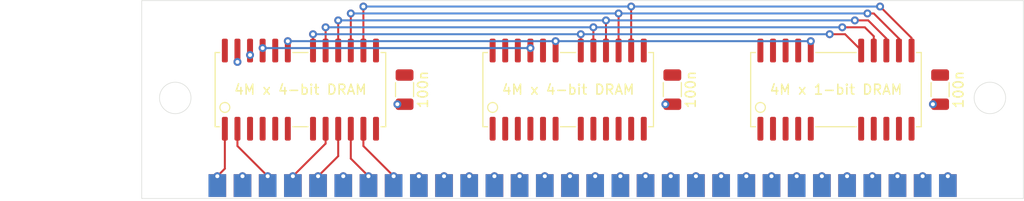
<source format=kicad_pcb>
(kicad_pcb (version 20171130) (host pcbnew "(5.1.9-0-10_14)")

  (general
    (thickness 1.6)
    (drawings 6)
    (tracks 121)
    (zones 0)
    (modules 7)
    (nets 31)
  )

  (page A4)
  (layers
    (0 F.Cu signal)
    (31 B.Cu signal)
    (32 B.Adhes user)
    (33 F.Adhes user)
    (34 B.Paste user)
    (35 F.Paste user)
    (36 B.SilkS user)
    (37 F.SilkS user)
    (38 B.Mask user)
    (39 F.Mask user)
    (40 Dwgs.User user hide)
    (41 Cmts.User user hide)
    (42 Eco1.User user)
    (43 Eco2.User user)
    (44 Edge.Cuts user)
    (45 Margin user)
    (46 B.CrtYd user)
    (47 F.CrtYd user hide)
    (48 B.Fab user)
    (49 F.Fab user hide)
  )

  (setup
    (last_trace_width 0.2)
    (user_trace_width 0.2)
    (trace_clearance 0.2)
    (zone_clearance 0.16)
    (zone_45_only no)
    (trace_min 0.2)
    (via_size 0.8)
    (via_drill 0.4)
    (via_min_size 0.4)
    (via_min_drill 0.3)
    (uvia_size 0.3)
    (uvia_drill 0.1)
    (uvias_allowed no)
    (uvia_min_size 0.2)
    (uvia_min_drill 0.1)
    (edge_width 0.05)
    (segment_width 0.2)
    (pcb_text_width 0.3)
    (pcb_text_size 1.5 1.5)
    (mod_edge_width 0.12)
    (mod_text_size 1 1)
    (mod_text_width 0.15)
    (pad_size 1.524 1.524)
    (pad_drill 0.762)
    (pad_to_mask_clearance 0)
    (aux_axis_origin 0 0)
    (visible_elements FFFFFF7F)
    (pcbplotparams
      (layerselection 0x010fc_ffffffff)
      (usegerberextensions false)
      (usegerberattributes true)
      (usegerberadvancedattributes true)
      (creategerberjobfile true)
      (excludeedgelayer true)
      (linewidth 0.100000)
      (plotframeref false)
      (viasonmask false)
      (mode 1)
      (useauxorigin false)
      (hpglpennumber 1)
      (hpglpenspeed 20)
      (hpglpendiameter 15.000000)
      (psnegative false)
      (psa4output false)
      (plotreference true)
      (plotvalue true)
      (plotinvisibletext false)
      (padsonsilk false)
      (subtractmaskfromsilk false)
      (outputformat 1)
      (mirror false)
      (drillshape 1)
      (scaleselection 1)
      (outputdirectory ""))
  )

  (net 0 "")
  (net 1 GND)
  (net 2 +5V)
  (net 3 /A3)
  (net 4 /A2)
  (net 5 /A1)
  (net 6 /A0)
  (net 7 /A10)
  (net 8 /A11)
  (net 9 /~RAS~)
  (net 10 /~WE~)
  (net 11 /DQ1)
  (net 12 /DQ0)
  (net 13 /DQ3)
  (net 14 /DQ2)
  (net 15 /~CAS~)
  (net 16 /A9)
  (net 17 /A8)
  (net 18 /A7)
  (net 19 /A6)
  (net 20 /A5)
  (net 21 /A4)
  (net 22 /DQ5)
  (net 23 /DQ4)
  (net 24 /DQ7)
  (net 25 /DQ6)
  (net 26 /PQ)
  (net 27 /~CASP~)
  (net 28 "Net-(IC3-Pad23)")
  (net 29 "Net-(IC3-Pad4)")
  (net 30 /PD)

  (net_class Default "This is the default net class."
    (clearance 0.2)
    (trace_width 0.2)
    (via_dia 0.8)
    (via_drill 0.4)
    (uvia_dia 0.3)
    (uvia_drill 0.1)
    (add_net +5V)
    (add_net /A0)
    (add_net /A1)
    (add_net /A10)
    (add_net /A11)
    (add_net /A2)
    (add_net /A3)
    (add_net /A4)
    (add_net /A5)
    (add_net /A6)
    (add_net /A7)
    (add_net /A8)
    (add_net /A9)
    (add_net /DQ0)
    (add_net /DQ1)
    (add_net /DQ2)
    (add_net /DQ3)
    (add_net /DQ4)
    (add_net /DQ5)
    (add_net /DQ6)
    (add_net /DQ7)
    (add_net /PD)
    (add_net /PQ)
    (add_net /~CASP~)
    (add_net /~CAS~)
    (add_net /~RAS~)
    (add_net /~WE~)
    (add_net GND)
    (add_net "Net-(IC3-Pad23)")
    (add_net "Net-(IC3-Pad4)")
  )

  (module 30pin_SIMM:30pin_SIMM (layer F.Cu) (tedit 6033EDD0) (tstamp 603473C0)
    (at 100 100)
    (descr "Adapted from https://pdf1.alldatasheet.com/datasheet-pdf/view/111210/SAMSUNG/KMM594000.html")
    (path /60394C46)
    (attr smd)
    (fp_text reference J1 (at 3 3) (layer F.Fab)
      (effects (font (size 1 1) (thickness 0.15)))
    )
    (fp_text value 30pin_SIMM_Edge (at 5 5) (layer F.Fab)
      (effects (font (size 1 1) (thickness 0.15)))
    )
    (fp_line (start 0 -20) (end 88.9 -20) (layer Dwgs.User) (width 0.12))
    (fp_line (start 88.9 -20) (end 88.9 0) (layer Dwgs.User) (width 0.12))
    (fp_circle (center 85.52 -10.16) (end 87.11 -10.16) (layer Dwgs.User) (width 0.12))
    (fp_line (start 2.03 0) (end 88.9 0) (layer Dwgs.User) (width 0.12))
    (fp_line (start 0 -20) (end 0 -6.35) (layer Dwgs.User) (width 0.12))
    (fp_line (start 2.03 -4.85) (end 2.03 0) (layer Dwgs.User) (width 0.12))
    (fp_line (start 0 -6.35) (end 0.53 -6.35) (layer Dwgs.User) (width 0.12))
    (fp_circle (center 3.38 -10.16) (end 4.97 -10.16) (layer Dwgs.User) (width 0.12))
    (fp_text user "Edge Cuts Layer" (at -8 -3) (layer Cmts.User)
      (effects (font (size 1 1) (thickness 0.15)))
    )
    (fp_arc (start 0.53 -4.85) (end 2.03 -4.85) (angle -90) (layer Dwgs.User) (width 0.12))
    (pad 30 connect rect (at 81.28 -1.3) (size 1.78 2.3) (layers B.Cu B.Mask)
      (net 2 +5V))
    (pad 29 connect rect (at 78.74 -1.3) (size 1.78 2.3) (layers B.Cu B.Mask)
      (net 30 /PD))
    (pad 28 connect rect (at 76.2 -1.3) (size 1.78 2.3) (layers B.Cu B.Mask)
      (net 27 /~CASP~))
    (pad 27 connect rect (at 73.66 -1.3) (size 1.78 2.3) (layers B.Cu B.Mask)
      (net 9 /~RAS~))
    (pad 26 connect rect (at 71.12 -1.3) (size 1.78 2.3) (layers B.Cu B.Mask)
      (net 26 /PQ))
    (pad 25 connect rect (at 68.58 -1.3) (size 1.78 2.3) (layers B.Cu B.Mask)
      (net 24 /DQ7))
    (pad 24 connect rect (at 66.04 -1.3) (size 1.78 2.3) (layers B.Cu B.Mask)
      (net 8 /A11))
    (pad 23 connect rect (at 63.5 -1.3) (size 1.78 2.3) (layers B.Cu B.Mask)
      (net 25 /DQ6))
    (pad 22 connect rect (at 60.96 -1.3) (size 1.78 2.3) (layers B.Cu B.Mask)
      (net 1 GND))
    (pad 21 connect rect (at 58.42 -1.3) (size 1.78 2.3) (layers B.Cu B.Mask)
      (net 10 /~WE~))
    (pad 20 connect rect (at 55.88 -1.3) (size 1.78 2.3) (layers B.Cu B.Mask)
      (net 22 /DQ5))
    (pad 19 connect rect (at 53.34 -1.3) (size 1.78 2.3) (layers B.Cu B.Mask)
      (net 7 /A10))
    (pad 18 connect rect (at 50.8 -1.3) (size 1.78 2.3) (layers B.Cu B.Mask)
      (net 16 /A9))
    (pad 17 connect rect (at 48.26 -1.3) (size 1.78 2.3) (layers B.Cu B.Mask)
      (net 17 /A8))
    (pad 16 connect rect (at 45.72 -1.3) (size 1.78 2.3) (layers B.Cu B.Mask)
      (net 23 /DQ4))
    (pad 15 connect rect (at 43.18 -1.3) (size 1.78 2.3) (layers B.Cu B.Mask)
      (net 18 /A7))
    (pad 14 connect rect (at 40.64 -1.3) (size 1.78 2.3) (layers B.Cu B.Mask)
      (net 19 /A6))
    (pad 13 connect rect (at 38.1 -1.3) (size 1.78 2.3) (layers B.Cu B.Mask)
      (net 13 /DQ3))
    (pad 12 connect rect (at 35.56 -1.3) (size 1.78 2.3) (layers B.Cu B.Mask)
      (net 20 /A5))
    (pad 11 connect rect (at 33.02 -1.3) (size 1.78 2.3) (layers B.Cu B.Mask)
      (net 21 /A4))
    (pad 10 connect rect (at 30.48 -1.3) (size 1.78 2.3) (layers B.Cu B.Mask)
      (net 14 /DQ2))
    (pad 9 connect rect (at 27.94 -1.3) (size 1.78 2.3) (layers B.Cu B.Mask)
      (net 1 GND))
    (pad 8 connect rect (at 25.4 -1.3) (size 1.78 2.3) (layers B.Cu B.Mask)
      (net 3 /A3))
    (pad 7 connect rect (at 22.86 -1.3) (size 1.78 2.3) (layers B.Cu B.Mask)
      (net 4 /A2))
    (pad 6 connect rect (at 20.32 -1.3) (size 1.78 2.3) (layers B.Cu B.Mask)
      (net 11 /DQ1))
    (pad 5 connect rect (at 17.78 -1.3) (size 1.78 2.3) (layers B.Cu B.Mask)
      (net 5 /A1))
    (pad 4 connect rect (at 15.24 -1.3) (size 1.78 2.3) (layers B.Cu B.Mask)
      (net 6 /A0))
    (pad 3 connect rect (at 12.7 -1.3) (size 1.78 2.3) (layers B.Cu B.Mask)
      (net 12 /DQ0))
    (pad 2 connect rect (at 10.16 -1.3) (size 1.78 2.3) (layers B.Cu B.Mask)
      (net 15 /~CAS~))
    (pad 30 connect rect (at 81.28 -1.3) (size 1.78 2.3) (layers F.Cu F.Mask)
      (net 2 +5V))
    (pad 29 connect rect (at 78.74 -1.3) (size 1.78 2.3) (layers F.Cu F.Mask)
      (net 30 /PD))
    (pad 28 connect rect (at 76.2 -1.3) (size 1.78 2.3) (layers F.Cu F.Mask)
      (net 27 /~CASP~))
    (pad 27 connect rect (at 73.66 -1.3) (size 1.78 2.3) (layers F.Cu F.Mask)
      (net 9 /~RAS~))
    (pad 26 connect rect (at 71.12 -1.3) (size 1.78 2.3) (layers F.Cu F.Mask)
      (net 26 /PQ))
    (pad 25 connect rect (at 68.58 -1.3) (size 1.78 2.3) (layers F.Cu F.Mask)
      (net 24 /DQ7))
    (pad 24 connect rect (at 66.04 -1.3) (size 1.78 2.3) (layers F.Cu F.Mask)
      (net 8 /A11))
    (pad 23 connect rect (at 63.5 -1.3) (size 1.78 2.3) (layers F.Cu F.Mask)
      (net 25 /DQ6))
    (pad 22 connect rect (at 60.96 -1.3) (size 1.78 2.3) (layers F.Cu F.Mask)
      (net 1 GND))
    (pad 21 connect rect (at 58.42 -1.3) (size 1.78 2.3) (layers F.Cu F.Mask)
      (net 10 /~WE~))
    (pad 20 connect rect (at 55.88 -1.3) (size 1.78 2.3) (layers F.Cu F.Mask)
      (net 22 /DQ5))
    (pad 19 connect rect (at 53.34 -1.3) (size 1.78 2.3) (layers F.Cu F.Mask)
      (net 7 /A10))
    (pad 18 connect rect (at 50.8 -1.3) (size 1.78 2.3) (layers F.Cu F.Mask)
      (net 16 /A9))
    (pad 17 connect rect (at 48.26 -1.3) (size 1.78 2.3) (layers F.Cu F.Mask)
      (net 17 /A8))
    (pad 16 connect rect (at 45.72 -1.3) (size 1.78 2.3) (layers F.Cu F.Mask)
      (net 23 /DQ4))
    (pad 15 connect rect (at 43.18 -1.3) (size 1.78 2.3) (layers F.Cu F.Mask)
      (net 18 /A7))
    (pad 14 connect rect (at 40.64 -1.3) (size 1.78 2.3) (layers F.Cu F.Mask)
      (net 19 /A6))
    (pad 13 connect rect (at 38.1 -1.3) (size 1.78 2.3) (layers F.Cu F.Mask)
      (net 13 /DQ3))
    (pad 12 connect rect (at 35.56 -1.3) (size 1.78 2.3) (layers F.Cu F.Mask)
      (net 20 /A5))
    (pad 11 connect rect (at 33.02 -1.3) (size 1.78 2.3) (layers F.Cu F.Mask)
      (net 21 /A4))
    (pad 10 connect rect (at 30.48 -1.3) (size 1.78 2.3) (layers F.Cu F.Mask)
      (net 14 /DQ2))
    (pad 9 connect rect (at 27.94 -1.3) (size 1.78 2.3) (layers F.Cu F.Mask)
      (net 1 GND))
    (pad 8 connect rect (at 25.4 -1.3) (size 1.78 2.3) (layers F.Cu F.Mask)
      (net 3 /A3))
    (pad 7 connect rect (at 22.86 -1.3) (size 1.78 2.3) (layers F.Cu F.Mask)
      (net 4 /A2))
    (pad 6 connect rect (at 20.32 -1.3) (size 1.78 2.3) (layers F.Cu F.Mask)
      (net 11 /DQ1))
    (pad 5 connect rect (at 17.78 -1.3) (size 1.78 2.3) (layers F.Cu F.Mask)
      (net 5 /A1))
    (pad 4 connect rect (at 15.24 -1.3) (size 1.78 2.3) (layers F.Cu F.Mask)
      (net 6 /A0))
    (pad 3 connect rect (at 12.7 -1.3) (size 1.78 2.3) (layers F.Cu F.Mask)
      (net 12 /DQ0))
    (pad 2 connect rect (at 10.16 -1.3) (size 1.78 2.3) (layers F.Cu F.Mask)
      (net 15 /~CAS~))
    (pad 1 connect rect (at 7.62 -1.3) (size 1.78 2.3) (layers F.Cu F.Mask)
      (net 2 +5V))
    (pad 1 connect rect (at 7.62 -1.3) (size 1.78 2.3) (layers B.Cu B.Mask)
      (net 2 +5V))
  )

  (module 30pin_SIMM:4Mx1bit_DRAM_SOJ-20-26_7.5mm_HandSolder (layer F.Cu) (tedit 6033B8D0) (tstamp 60347376)
    (at 170 89 90)
    (descr "Adapted from https://www.topline.tv/drawings/pdf/SOJ/SOLJ2026.pdf")
    (path /60346061)
    (attr smd)
    (fp_text reference IC3 (at -14.2 -0.5 180) (layer F.Fab)
      (effects (font (size 1 1) (thickness 0.15)))
    )
    (fp_text value 4Mx1bit_DRAM (at -12.2 -0.5 180) (layer F.Fab)
      (effects (font (size 1 1) (thickness 0.15)))
    )
    (fp_line (start 3.75 8.6) (end 3.75 8.12) (layer F.SilkS) (width 0.12))
    (fp_line (start 3.75 -8.6) (end 3.75 -8.12) (layer F.SilkS) (width 0.12))
    (fp_line (start -3.75 8.6) (end -3.75 8.12) (layer F.SilkS) (width 0.12))
    (fp_line (start -3.75 -8.6) (end 3.75 -8.6) (layer F.SilkS) (width 0.12))
    (fp_line (start 3.75 8.6) (end -3.75 8.6) (layer F.SilkS) (width 0.12))
    (fp_circle (center -1.8 -7.62) (end -1.3 -7.62) (layer F.SilkS) (width 0.12))
    (fp_line (start -3.75 2.04) (end -3.75 -2.04) (layer F.SilkS) (width 0.12))
    (fp_line (start -3.75 -8.6) (end -3.75 -8.12) (layer F.SilkS) (width 0.12))
    (fp_line (start 3.75 2.04) (end 3.75 -2.04) (layer F.SilkS) (width 0.12))
    (fp_text user "4M x 1-bit DRAM" (at 0 0 180) (layer F.SilkS)
      (effects (font (size 1 1) (thickness 0.15)))
    )
    (pad 26 smd roundrect (at 3.7 -7.62 90) (size 2.4 0.6) (drill (offset 0.25 0)) (layers F.Cu F.Paste F.Mask) (roundrect_rratio 0.25)
      (net 1 GND))
    (pad 25 smd roundrect (at 3.7 -6.35 90) (size 2.4 0.6) (drill (offset 0.25 0)) (layers F.Cu F.Paste F.Mask) (roundrect_rratio 0.25)
      (net 26 /PQ))
    (pad 24 smd roundrect (at 3.7 -5.08 90) (size 2.4 0.6) (drill (offset 0.25 0)) (layers F.Cu F.Paste F.Mask) (roundrect_rratio 0.25)
      (net 27 /~CASP~))
    (pad 23 smd roundrect (at 3.7 -3.81 90) (size 2.4 0.6) (drill (offset 0.25 0)) (layers F.Cu F.Paste F.Mask) (roundrect_rratio 0.25)
      (net 28 "Net-(IC3-Pad23)"))
    (pad 22 smd roundrect (at 3.7 -2.54 90) (size 2.4 0.6) (drill (offset 0.25 0)) (layers F.Cu F.Paste F.Mask) (roundrect_rratio 0.25)
      (net 16 /A9))
    (pad 18 smd roundrect (at 3.7 2.54 90) (size 2.4 0.6) (drill (offset 0.25 0)) (layers F.Cu F.Paste F.Mask) (roundrect_rratio 0.25)
      (net 17 /A8))
    (pad 17 smd roundrect (at 3.7 3.81 90) (size 2.4 0.6) (drill (offset 0.25 0)) (layers F.Cu F.Paste F.Mask) (roundrect_rratio 0.25)
      (net 18 /A7))
    (pad 16 smd roundrect (at 3.7 5.08 90) (size 2.4 0.6) (drill (offset 0.25 0)) (layers F.Cu F.Paste F.Mask) (roundrect_rratio 0.25)
      (net 19 /A6))
    (pad 15 smd roundrect (at 3.7 6.35 90) (size 2.4 0.6) (drill (offset 0.25 0)) (layers F.Cu F.Paste F.Mask) (roundrect_rratio 0.25)
      (net 20 /A5))
    (pad 13 smd roundrect (at -3.7 7.62 90) (size 2.4 0.6) (drill (offset -0.25 0)) (layers F.Cu F.Paste F.Mask) (roundrect_rratio 0.25)
      (net 2 +5V))
    (pad 12 smd roundrect (at -3.7 6.35 90) (size 2.4 0.6) (drill (offset -0.25 0)) (layers F.Cu F.Paste F.Mask) (roundrect_rratio 0.25)
      (net 3 /A3))
    (pad 11 smd roundrect (at -3.7 5.08 90) (size 2.4 0.6) (drill (offset -0.25 0)) (layers F.Cu F.Paste F.Mask) (roundrect_rratio 0.25)
      (net 4 /A2))
    (pad 10 smd roundrect (at -3.7 3.81 90) (size 2.4 0.6) (drill (offset -0.25 0)) (layers F.Cu F.Paste F.Mask) (roundrect_rratio 0.25)
      (net 5 /A1))
    (pad 9 smd roundrect (at -3.7 2.54 90) (size 2.4 0.6) (drill (offset -0.25 0)) (layers F.Cu F.Paste F.Mask) (roundrect_rratio 0.25)
      (net 6 /A0))
    (pad 5 smd roundrect (at -3.7 -2.54 90) (size 2.4 0.6) (drill (offset -0.25 0)) (layers F.Cu F.Paste F.Mask) (roundrect_rratio 0.25)
      (net 7 /A10))
    (pad 4 smd roundrect (at -3.7 -3.81 90) (size 2.4 0.6) (drill (offset -0.25 0)) (layers F.Cu F.Paste F.Mask) (roundrect_rratio 0.25)
      (net 29 "Net-(IC3-Pad4)"))
    (pad 3 smd roundrect (at -3.7 -5.08 90) (size 2.4 0.6) (drill (offset -0.25 0)) (layers F.Cu F.Paste F.Mask) (roundrect_rratio 0.25)
      (net 9 /~RAS~))
    (pad 2 smd roundrect (at -3.7 -6.35 90) (size 2.4 0.6) (drill (offset -0.25 0)) (layers F.Cu F.Paste F.Mask) (roundrect_rratio 0.25)
      (net 10 /~WE~))
    (pad 1 smd roundrect (at -3.7 -7.62 90) (size 2.4 0.6) (drill (offset -0.25 0)) (layers F.Cu F.Paste F.Mask) (roundrect_rratio 0.25)
      (net 30 /PD))
    (pad 14 smd roundrect (at 3.7 7.62 90) (size 2.4 0.6) (drill (offset 0.25 0)) (layers F.Cu F.Paste F.Mask) (roundrect_rratio 0.25)
      (net 21 /A4))
  )

  (module 30pin_SIMM:4Mx4bit_DRAM_SOJ-24-26_7.5mm_HandSolder (layer F.Cu) (tedit 6033B983) (tstamp 60347354)
    (at 143 89 90)
    (descr "Adapted from https://www.topline.tv/drawings/pdf/SOJ/SOLJ2426.pdf")
    (path /60342826)
    (attr smd)
    (fp_text reference IC2 (at -13.9 0.5 180) (layer F.Fab)
      (effects (font (size 1 1) (thickness 0.15)))
    )
    (fp_text value 4Mx4bit_DRAM (at -11.9 0.5 180) (layer F.Fab)
      (effects (font (size 1 1) (thickness 0.15)))
    )
    (fp_line (start 3.75 -8.6) (end 3.75 -8.12) (layer F.SilkS) (width 0.12))
    (fp_line (start -3.75 -8.6) (end -3.75 -8.12) (layer F.SilkS) (width 0.12))
    (fp_circle (center -1.8 -7.62) (end -1.3 -7.62) (layer F.SilkS) (width 0.12))
    (fp_line (start 3.75 8.6) (end -3.75 8.6) (layer F.SilkS) (width 0.12))
    (fp_line (start -3.75 -8.6) (end 3.75 -8.6) (layer F.SilkS) (width 0.12))
    (fp_line (start 3.75 8.6) (end 3.75 8.12) (layer F.SilkS) (width 0.12))
    (fp_line (start -3.75 8.6) (end -3.75 8.12) (layer F.SilkS) (width 0.12))
    (fp_line (start -3.75 -0.77) (end -3.75 0.77) (layer F.SilkS) (width 0.12))
    (fp_line (start 3.75 -0.77) (end 3.75 0.77) (layer F.SilkS) (width 0.12))
    (fp_text user "4M x 4-bit DRAM" (at 0 0 180) (layer F.SilkS)
      (effects (font (size 1 1) (thickness 0.15)))
    )
    (pad 13 smd roundrect (at -3.7 7.62 90) (size 2.4 0.6) (drill (offset -0.25 0)) (layers F.Cu F.Paste F.Mask) (roundrect_rratio 0.25)
      (net 2 +5V))
    (pad 12 smd roundrect (at -3.7 6.35 90) (size 2.4 0.6) (drill (offset -0.25 0)) (layers F.Cu F.Paste F.Mask) (roundrect_rratio 0.25)
      (net 3 /A3))
    (pad 11 smd roundrect (at -3.7 5.08 90) (size 2.4 0.6) (drill (offset -0.25 0)) (layers F.Cu F.Paste F.Mask) (roundrect_rratio 0.25)
      (net 4 /A2))
    (pad 10 smd roundrect (at -3.7 3.81 90) (size 2.4 0.6) (drill (offset -0.25 0)) (layers F.Cu F.Paste F.Mask) (roundrect_rratio 0.25)
      (net 5 /A1))
    (pad 9 smd roundrect (at -3.7 2.54 90) (size 2.4 0.6) (drill (offset -0.25 0)) (layers F.Cu F.Paste F.Mask) (roundrect_rratio 0.25)
      (net 6 /A0))
    (pad 8 smd roundrect (at -3.7 1.27 90) (size 2.4 0.6) (drill (offset -0.25 0)) (layers F.Cu F.Paste F.Mask) (roundrect_rratio 0.25)
      (net 7 /A10))
    (pad 6 smd roundrect (at -3.7 -1.27 90) (size 2.4 0.6) (drill (offset -0.25 0)) (layers F.Cu F.Paste F.Mask) (roundrect_rratio 0.25)
      (net 8 /A11))
    (pad 5 smd roundrect (at -3.7 -2.54 90) (size 2.4 0.6) (drill (offset -0.25 0)) (layers F.Cu F.Paste F.Mask) (roundrect_rratio 0.25)
      (net 9 /~RAS~))
    (pad 4 smd roundrect (at -3.7 -3.81 90) (size 2.4 0.6) (drill (offset -0.25 0)) (layers F.Cu F.Paste F.Mask) (roundrect_rratio 0.25)
      (net 10 /~WE~))
    (pad 3 smd roundrect (at -3.7 -5.08 90) (size 2.4 0.6) (drill (offset -0.25 0)) (layers F.Cu F.Paste F.Mask) (roundrect_rratio 0.25)
      (net 22 /DQ5))
    (pad 2 smd roundrect (at -3.7 -6.35 90) (size 2.4 0.6) (drill (offset -0.25 0)) (layers F.Cu F.Paste F.Mask) (roundrect_rratio 0.25)
      (net 23 /DQ4))
    (pad 26 smd roundrect (at 3.7 -7.62 90) (size 2.4 0.6) (drill (offset 0.25 0)) (layers F.Cu F.Paste F.Mask) (roundrect_rratio 0.25)
      (net 1 GND))
    (pad 25 smd roundrect (at 3.7 -6.35 90) (size 2.4 0.6) (drill (offset 0.25 0)) (layers F.Cu F.Paste F.Mask) (roundrect_rratio 0.25)
      (net 24 /DQ7))
    (pad 24 smd roundrect (at 3.7 -5.08 90) (size 2.4 0.6) (drill (offset 0.25 0)) (layers F.Cu F.Paste F.Mask) (roundrect_rratio 0.25)
      (net 25 /DQ6))
    (pad 23 smd roundrect (at 3.7 -3.81 90) (size 2.4 0.6) (drill (offset 0.25 0)) (layers F.Cu F.Paste F.Mask) (roundrect_rratio 0.25)
      (net 15 /~CAS~))
    (pad 22 smd roundrect (at 3.7 -2.54 90) (size 2.4 0.6) (drill (offset 0.25 0)) (layers F.Cu F.Paste F.Mask) (roundrect_rratio 0.25)
      (net 1 GND))
    (pad 21 smd roundrect (at 3.7 -1.27 90) (size 2.4 0.6) (drill (offset 0.25 0)) (layers F.Cu F.Paste F.Mask) (roundrect_rratio 0.25)
      (net 16 /A9))
    (pad 19 smd roundrect (at 3.7 1.27 90) (size 2.4 0.6) (drill (offset 0.25 0)) (layers F.Cu F.Paste F.Mask) (roundrect_rratio 0.25)
      (net 17 /A8))
    (pad 18 smd roundrect (at 3.7 2.54 90) (size 2.4 0.6) (drill (offset 0.25 0)) (layers F.Cu F.Paste F.Mask) (roundrect_rratio 0.25)
      (net 18 /A7))
    (pad 17 smd roundrect (at 3.7 3.81 90) (size 2.4 0.6) (drill (offset 0.25 0)) (layers F.Cu F.Paste F.Mask) (roundrect_rratio 0.25)
      (net 19 /A6))
    (pad 16 smd roundrect (at 3.7 5.08 90) (size 2.4 0.6) (drill (offset 0.25 0)) (layers F.Cu F.Paste F.Mask) (roundrect_rratio 0.25)
      (net 20 /A5))
    (pad 15 smd roundrect (at 3.7 6.35 90) (size 2.4 0.6) (drill (offset 0.25 0)) (layers F.Cu F.Paste F.Mask) (roundrect_rratio 0.25)
      (net 21 /A4))
    (pad 1 smd roundrect (at -3.7 -7.62 90) (size 2.4 0.6) (drill (offset -0.25 0)) (layers F.Cu F.Paste F.Mask) (roundrect_rratio 0.25)
      (net 2 +5V))
    (pad 14 smd roundrect (at 3.7 7.62 90) (size 2.4 0.6) (drill (offset 0.25 0)) (layers F.Cu F.Paste F.Mask) (roundrect_rratio 0.25)
      (net 1 GND))
  )

  (module 30pin_SIMM:4Mx4bit_DRAM_SOJ-24-26_7.5mm_HandSolder (layer F.Cu) (tedit 6033B983) (tstamp 6034732E)
    (at 116 89 90)
    (descr "Adapted from https://www.topline.tv/drawings/pdf/SOJ/SOLJ2426.pdf")
    (path /60335F03)
    (attr smd)
    (fp_text reference IC1 (at -14.3 -0.1 180) (layer F.Fab)
      (effects (font (size 1 1) (thickness 0.15)))
    )
    (fp_text value 4Mx4bit_DRAM (at -12.3 -0.1 180) (layer F.Fab)
      (effects (font (size 1 1) (thickness 0.15)))
    )
    (fp_line (start 3.75 -8.6) (end 3.75 -8.12) (layer F.SilkS) (width 0.12))
    (fp_line (start -3.75 -8.6) (end -3.75 -8.12) (layer F.SilkS) (width 0.12))
    (fp_circle (center -1.8 -7.62) (end -1.3 -7.62) (layer F.SilkS) (width 0.12))
    (fp_line (start 3.75 8.6) (end -3.75 8.6) (layer F.SilkS) (width 0.12))
    (fp_line (start -3.75 -8.6) (end 3.75 -8.6) (layer F.SilkS) (width 0.12))
    (fp_line (start 3.75 8.6) (end 3.75 8.12) (layer F.SilkS) (width 0.12))
    (fp_line (start -3.75 8.6) (end -3.75 8.12) (layer F.SilkS) (width 0.12))
    (fp_line (start -3.75 -0.77) (end -3.75 0.77) (layer F.SilkS) (width 0.12))
    (fp_line (start 3.75 -0.77) (end 3.75 0.77) (layer F.SilkS) (width 0.12))
    (fp_text user "4M x 4-bit DRAM" (at 0 0 180) (layer F.SilkS)
      (effects (font (size 1 1) (thickness 0.15)))
    )
    (pad 13 smd roundrect (at -3.7 7.62 90) (size 2.4 0.6) (drill (offset -0.25 0)) (layers F.Cu F.Paste F.Mask) (roundrect_rratio 0.25)
      (net 2 +5V))
    (pad 12 smd roundrect (at -3.7 6.35 90) (size 2.4 0.6) (drill (offset -0.25 0)) (layers F.Cu F.Paste F.Mask) (roundrect_rratio 0.25)
      (net 3 /A3))
    (pad 11 smd roundrect (at -3.7 5.08 90) (size 2.4 0.6) (drill (offset -0.25 0)) (layers F.Cu F.Paste F.Mask) (roundrect_rratio 0.25)
      (net 4 /A2))
    (pad 10 smd roundrect (at -3.7 3.81 90) (size 2.4 0.6) (drill (offset -0.25 0)) (layers F.Cu F.Paste F.Mask) (roundrect_rratio 0.25)
      (net 5 /A1))
    (pad 9 smd roundrect (at -3.7 2.54 90) (size 2.4 0.6) (drill (offset -0.25 0)) (layers F.Cu F.Paste F.Mask) (roundrect_rratio 0.25)
      (net 6 /A0))
    (pad 8 smd roundrect (at -3.7 1.27 90) (size 2.4 0.6) (drill (offset -0.25 0)) (layers F.Cu F.Paste F.Mask) (roundrect_rratio 0.25)
      (net 7 /A10))
    (pad 6 smd roundrect (at -3.7 -1.27 90) (size 2.4 0.6) (drill (offset -0.25 0)) (layers F.Cu F.Paste F.Mask) (roundrect_rratio 0.25)
      (net 8 /A11))
    (pad 5 smd roundrect (at -3.7 -2.54 90) (size 2.4 0.6) (drill (offset -0.25 0)) (layers F.Cu F.Paste F.Mask) (roundrect_rratio 0.25)
      (net 9 /~RAS~))
    (pad 4 smd roundrect (at -3.7 -3.81 90) (size 2.4 0.6) (drill (offset -0.25 0)) (layers F.Cu F.Paste F.Mask) (roundrect_rratio 0.25)
      (net 10 /~WE~))
    (pad 3 smd roundrect (at -3.7 -5.08 90) (size 2.4 0.6) (drill (offset -0.25 0)) (layers F.Cu F.Paste F.Mask) (roundrect_rratio 0.25)
      (net 11 /DQ1))
    (pad 2 smd roundrect (at -3.7 -6.35 90) (size 2.4 0.6) (drill (offset -0.25 0)) (layers F.Cu F.Paste F.Mask) (roundrect_rratio 0.25)
      (net 12 /DQ0))
    (pad 26 smd roundrect (at 3.7 -7.62 90) (size 2.4 0.6) (drill (offset 0.25 0)) (layers F.Cu F.Paste F.Mask) (roundrect_rratio 0.25)
      (net 1 GND))
    (pad 25 smd roundrect (at 3.7 -6.35 90) (size 2.4 0.6) (drill (offset 0.25 0)) (layers F.Cu F.Paste F.Mask) (roundrect_rratio 0.25)
      (net 13 /DQ3))
    (pad 24 smd roundrect (at 3.7 -5.08 90) (size 2.4 0.6) (drill (offset 0.25 0)) (layers F.Cu F.Paste F.Mask) (roundrect_rratio 0.25)
      (net 14 /DQ2))
    (pad 23 smd roundrect (at 3.7 -3.81 90) (size 2.4 0.6) (drill (offset 0.25 0)) (layers F.Cu F.Paste F.Mask) (roundrect_rratio 0.25)
      (net 15 /~CAS~))
    (pad 22 smd roundrect (at 3.7 -2.54 90) (size 2.4 0.6) (drill (offset 0.25 0)) (layers F.Cu F.Paste F.Mask) (roundrect_rratio 0.25)
      (net 1 GND))
    (pad 21 smd roundrect (at 3.7 -1.27 90) (size 2.4 0.6) (drill (offset 0.25 0)) (layers F.Cu F.Paste F.Mask) (roundrect_rratio 0.25)
      (net 16 /A9))
    (pad 19 smd roundrect (at 3.7 1.27 90) (size 2.4 0.6) (drill (offset 0.25 0)) (layers F.Cu F.Paste F.Mask) (roundrect_rratio 0.25)
      (net 17 /A8))
    (pad 18 smd roundrect (at 3.7 2.54 90) (size 2.4 0.6) (drill (offset 0.25 0)) (layers F.Cu F.Paste F.Mask) (roundrect_rratio 0.25)
      (net 18 /A7))
    (pad 17 smd roundrect (at 3.7 3.81 90) (size 2.4 0.6) (drill (offset 0.25 0)) (layers F.Cu F.Paste F.Mask) (roundrect_rratio 0.25)
      (net 19 /A6))
    (pad 16 smd roundrect (at 3.7 5.08 90) (size 2.4 0.6) (drill (offset 0.25 0)) (layers F.Cu F.Paste F.Mask) (roundrect_rratio 0.25)
      (net 20 /A5))
    (pad 15 smd roundrect (at 3.7 6.35 90) (size 2.4 0.6) (drill (offset 0.25 0)) (layers F.Cu F.Paste F.Mask) (roundrect_rratio 0.25)
      (net 21 /A4))
    (pad 1 smd roundrect (at -3.7 -7.62 90) (size 2.4 0.6) (drill (offset -0.25 0)) (layers F.Cu F.Paste F.Mask) (roundrect_rratio 0.25)
      (net 2 +5V))
    (pad 14 smd roundrect (at 3.7 7.62 90) (size 2.4 0.6) (drill (offset 0.25 0)) (layers F.Cu F.Paste F.Mask) (roundrect_rratio 0.25)
      (net 1 GND))
  )

  (module Capacitor_SMD:C_1206_3216Metric (layer F.Cu) (tedit 5F68FEEE) (tstamp 60347308)
    (at 180.5 89 90)
    (descr "Capacitor SMD 1206 (3216 Metric), square (rectangular) end terminal, IPC_7351 nominal, (Body size source: IPC-SM-782 page 76, https://www.pcb-3d.com/wordpress/wp-content/uploads/ipc-sm-782a_amendment_1_and_2.pdf), generated with kicad-footprint-generator")
    (tags capacitor)
    (path /6034720C)
    (attr smd)
    (fp_text reference C3 (at 0 -1.85 90) (layer F.Fab)
      (effects (font (size 1 1) (thickness 0.15)))
    )
    (fp_text value 100n (at 0 1.85 90) (layer F.SilkS)
      (effects (font (size 1 1) (thickness 0.15)))
    )
    (fp_line (start 2.3 1.15) (end -2.3 1.15) (layer F.CrtYd) (width 0.05))
    (fp_line (start 2.3 -1.15) (end 2.3 1.15) (layer F.CrtYd) (width 0.05))
    (fp_line (start -2.3 -1.15) (end 2.3 -1.15) (layer F.CrtYd) (width 0.05))
    (fp_line (start -2.3 1.15) (end -2.3 -1.15) (layer F.CrtYd) (width 0.05))
    (fp_line (start -0.711252 0.91) (end 0.711252 0.91) (layer F.SilkS) (width 0.12))
    (fp_line (start -0.711252 -0.91) (end 0.711252 -0.91) (layer F.SilkS) (width 0.12))
    (fp_line (start 1.6 0.8) (end -1.6 0.8) (layer F.Fab) (width 0.1))
    (fp_line (start 1.6 -0.8) (end 1.6 0.8) (layer F.Fab) (width 0.1))
    (fp_line (start -1.6 -0.8) (end 1.6 -0.8) (layer F.Fab) (width 0.1))
    (fp_line (start -1.6 0.8) (end -1.6 -0.8) (layer F.Fab) (width 0.1))
    (fp_text user %R (at 0 0 90) (layer F.Fab)
      (effects (font (size 0.8 0.8) (thickness 0.12)))
    )
    (pad 2 smd roundrect (at 1.475 0 90) (size 1.15 1.8) (layers F.Cu F.Paste F.Mask) (roundrect_rratio 0.217391)
      (net 1 GND))
    (pad 1 smd roundrect (at -1.475 0 90) (size 1.15 1.8) (layers F.Cu F.Paste F.Mask) (roundrect_rratio 0.217391)
      (net 2 +5V))
    (model ${KISYS3DMOD}/Capacitor_SMD.3dshapes/C_1206_3216Metric.wrl
      (at (xyz 0 0 0))
      (scale (xyz 1 1 1))
      (rotate (xyz 0 0 0))
    )
  )

  (module Capacitor_SMD:C_1206_3216Metric (layer F.Cu) (tedit 5F68FEEE) (tstamp 603472F7)
    (at 153.5 89 90)
    (descr "Capacitor SMD 1206 (3216 Metric), square (rectangular) end terminal, IPC_7351 nominal, (Body size source: IPC-SM-782 page 76, https://www.pcb-3d.com/wordpress/wp-content/uploads/ipc-sm-782a_amendment_1_and_2.pdf), generated with kicad-footprint-generator")
    (tags capacitor)
    (path /60346DEB)
    (attr smd)
    (fp_text reference C2 (at 0 -1.85 90) (layer F.Fab)
      (effects (font (size 1 1) (thickness 0.15)))
    )
    (fp_text value 100n (at 0 1.85 90) (layer F.SilkS)
      (effects (font (size 1 1) (thickness 0.15)))
    )
    (fp_line (start 2.3 1.15) (end -2.3 1.15) (layer F.CrtYd) (width 0.05))
    (fp_line (start 2.3 -1.15) (end 2.3 1.15) (layer F.CrtYd) (width 0.05))
    (fp_line (start -2.3 -1.15) (end 2.3 -1.15) (layer F.CrtYd) (width 0.05))
    (fp_line (start -2.3 1.15) (end -2.3 -1.15) (layer F.CrtYd) (width 0.05))
    (fp_line (start -0.711252 0.91) (end 0.711252 0.91) (layer F.SilkS) (width 0.12))
    (fp_line (start -0.711252 -0.91) (end 0.711252 -0.91) (layer F.SilkS) (width 0.12))
    (fp_line (start 1.6 0.8) (end -1.6 0.8) (layer F.Fab) (width 0.1))
    (fp_line (start 1.6 -0.8) (end 1.6 0.8) (layer F.Fab) (width 0.1))
    (fp_line (start -1.6 -0.8) (end 1.6 -0.8) (layer F.Fab) (width 0.1))
    (fp_line (start -1.6 0.8) (end -1.6 -0.8) (layer F.Fab) (width 0.1))
    (fp_text user %R (at 0 0 90) (layer F.Fab)
      (effects (font (size 0.8 0.8) (thickness 0.12)))
    )
    (pad 2 smd roundrect (at 1.475 0 90) (size 1.15 1.8) (layers F.Cu F.Paste F.Mask) (roundrect_rratio 0.217391)
      (net 1 GND))
    (pad 1 smd roundrect (at -1.475 0 90) (size 1.15 1.8) (layers F.Cu F.Paste F.Mask) (roundrect_rratio 0.217391)
      (net 2 +5V))
    (model ${KISYS3DMOD}/Capacitor_SMD.3dshapes/C_1206_3216Metric.wrl
      (at (xyz 0 0 0))
      (scale (xyz 1 1 1))
      (rotate (xyz 0 0 0))
    )
  )

  (module Capacitor_SMD:C_1206_3216Metric (layer F.Cu) (tedit 5F68FEEE) (tstamp 603472E6)
    (at 126.5 89 90)
    (descr "Capacitor SMD 1206 (3216 Metric), square (rectangular) end terminal, IPC_7351 nominal, (Body size source: IPC-SM-782 page 76, https://www.pcb-3d.com/wordpress/wp-content/uploads/ipc-sm-782a_amendment_1_and_2.pdf), generated with kicad-footprint-generator")
    (tags capacitor)
    (path /603469E9)
    (attr smd)
    (fp_text reference C1 (at 0 -1.85 90) (layer F.Fab)
      (effects (font (size 1 1) (thickness 0.15)))
    )
    (fp_text value 100n (at 0 1.85 90) (layer F.SilkS)
      (effects (font (size 1 1) (thickness 0.15)))
    )
    (fp_line (start 2.3 1.15) (end -2.3 1.15) (layer F.CrtYd) (width 0.05))
    (fp_line (start 2.3 -1.15) (end 2.3 1.15) (layer F.CrtYd) (width 0.05))
    (fp_line (start -2.3 -1.15) (end 2.3 -1.15) (layer F.CrtYd) (width 0.05))
    (fp_line (start -2.3 1.15) (end -2.3 -1.15) (layer F.CrtYd) (width 0.05))
    (fp_line (start -0.711252 0.91) (end 0.711252 0.91) (layer F.SilkS) (width 0.12))
    (fp_line (start -0.711252 -0.91) (end 0.711252 -0.91) (layer F.SilkS) (width 0.12))
    (fp_line (start 1.6 0.8) (end -1.6 0.8) (layer F.Fab) (width 0.1))
    (fp_line (start 1.6 -0.8) (end 1.6 0.8) (layer F.Fab) (width 0.1))
    (fp_line (start -1.6 -0.8) (end 1.6 -0.8) (layer F.Fab) (width 0.1))
    (fp_line (start -1.6 0.8) (end -1.6 -0.8) (layer F.Fab) (width 0.1))
    (fp_text user %R (at 0 0 90) (layer F.Fab)
      (effects (font (size 0.8 0.8) (thickness 0.12)))
    )
    (pad 2 smd roundrect (at 1.475 0 90) (size 1.15 1.8) (layers F.Cu F.Paste F.Mask) (roundrect_rratio 0.217391)
      (net 1 GND))
    (pad 1 smd roundrect (at -1.475 0 90) (size 1.15 1.8) (layers F.Cu F.Paste F.Mask) (roundrect_rratio 0.217391)
      (net 2 +5V))
    (model ${KISYS3DMOD}/Capacitor_SMD.3dshapes/C_1206_3216Metric.wrl
      (at (xyz 0 0 0))
      (scale (xyz 1 1 1))
      (rotate (xyz 0 0 0))
    )
  )

  (gr_circle (center 185.52 89.84) (end 187.11 89.84) (layer Edge.Cuts) (width 0.05) (tstamp 60348139))
  (gr_circle (center 103.38 89.84) (end 104.97 89.84) (layer Edge.Cuts) (width 0.05))
  (gr_line (start 100 100) (end 188.9 100) (layer Edge.Cuts) (width 0.05) (tstamp 60348122))
  (gr_line (start 100 80) (end 188.9 80) (layer Edge.Cuts) (width 0.05))
  (gr_line (start 188.9 100) (end 188.9 80) (layer Edge.Cuts) (width 0.05))
  (gr_line (start 100 100) (end 100 80) (layer Edge.Cuts) (width 0.05))

  (via (at 167.46 84.1) (size 0.8) (drill 0.4) (layers F.Cu B.Cu) (net 16) (tstamp 60352678))
  (via (at 127.94 97.75) (size 0.8) (drill 0.4) (layers F.Cu B.Cu) (net 1) (tstamp 603489FF))
  (via (at 160.96 97.75) (size 0.8) (drill 0.4) (layers F.Cu B.Cu) (net 1) (tstamp 60348A19))
  (via (at 107.62 97.75) (size 0.8) (drill 0.4) (layers F.Cu B.Cu) (net 2))
  (via (at 181.28 97.75) (size 0.8) (drill 0.4) (layers F.Cu B.Cu) (net 2) (tstamp 60348A29))
  (segment (start 108.38 96.99) (end 107.62 97.75) (width 0.2) (layer F.Cu) (net 2))
  (segment (start 108.38 92.7) (end 108.38 96.99) (width 0.2) (layer F.Cu) (net 2))
  (segment (start 177.62 92.7) (end 177.62 92.383588) (width 0.2) (layer F.Cu) (net 2))
  (segment (start 135.38 92.383588) (end 135.38 92.7) (width 0.2) (layer F.Cu) (net 2))
  (segment (start 153.5 90.475) (end 152.795 90.475) (width 0.2) (layer F.Cu) (net 2))
  (segment (start 180.5 90.475) (end 179.775 90.475) (width 0.2) (layer F.Cu) (net 2))
  (segment (start 108.38 92.383588) (end 108.38 92.7) (width 0.2) (layer F.Cu) (net 2))
  (segment (start 126.5 90.475) (end 125.775 90.475) (width 0.2) (layer F.Cu) (net 2))
  (via (at 179.775 90.475) (size 0.8) (drill 0.4) (layers F.Cu B.Cu) (net 2))
  (segment (start 123.62 92.63) (end 123.62 92.7) (width 0.2) (layer F.Cu) (net 2))
  (segment (start 150.62 92.7) (end 150.62 92.65) (width 0.2) (layer F.Cu) (net 2))
  (segment (start 177.62 92.7) (end 177.62 92.63) (width 0.2) (layer F.Cu) (net 2))
  (segment (start 108.38 92.7) (end 108.38 92.16) (width 0.2) (layer F.Cu) (net 2))
  (via (at 152.795 90.475) (size 0.8) (drill 0.4) (layers F.Cu B.Cu) (net 2))
  (segment (start 125.775 90.475) (end 125.775 90.475) (width 0.2) (layer F.Cu) (net 2) (tstamp 60354664))
  (via (at 125.775 90.475) (size 0.8) (drill 0.4) (layers F.Cu B.Cu) (net 2))
  (via (at 125.4 97.75) (size 0.8) (drill 0.4) (layers F.Cu B.Cu) (net 3) (tstamp 603489FD))
  (segment (start 122.35 94.7) (end 125.4 97.75) (width 0.2) (layer F.Cu) (net 3))
  (segment (start 122.35 92.7) (end 122.35 94.7) (width 0.2) (layer F.Cu) (net 3))
  (via (at 122.86 97.75) (size 0.8) (drill 0.4) (layers F.Cu B.Cu) (net 4) (tstamp 603489FB))
  (segment (start 121.08 95.97) (end 122.86 97.75) (width 0.2) (layer F.Cu) (net 4))
  (segment (start 121.08 92.7) (end 121.08 95.97) (width 0.2) (layer F.Cu) (net 4))
  (via (at 117.78 97.75) (size 0.8) (drill 0.4) (layers F.Cu B.Cu) (net 5) (tstamp 603489F7))
  (segment (start 119.81 95.72) (end 117.78 97.75) (width 0.2) (layer F.Cu) (net 5))
  (segment (start 119.81 92.7) (end 119.81 95.72) (width 0.2) (layer F.Cu) (net 5))
  (via (at 115.24 97.75) (size 0.8) (drill 0.4) (layers F.Cu B.Cu) (net 6) (tstamp 603489F5))
  (segment (start 118.54 94.45) (end 115.24 97.75) (width 0.2) (layer F.Cu) (net 6))
  (segment (start 118.54 92.7) (end 118.54 94.45) (width 0.2) (layer F.Cu) (net 6))
  (via (at 153.34 97.75) (size 0.8) (drill 0.4) (layers F.Cu B.Cu) (net 7) (tstamp 60348A13))
  (via (at 166.04 97.75) (size 0.8) (drill 0.4) (layers F.Cu B.Cu) (net 8) (tstamp 60348A1D))
  (via (at 173.66 97.75) (size 0.8) (drill 0.4) (layers F.Cu B.Cu) (net 9) (tstamp 60348A23))
  (via (at 158.42 97.75) (size 0.8) (drill 0.4) (layers F.Cu B.Cu) (net 10) (tstamp 60348A17))
  (via (at 120.32 97.75) (size 0.8) (drill 0.4) (layers F.Cu B.Cu) (net 11) (tstamp 603489F9))
  (via (at 112.7 97.75) (size 0.8) (drill 0.4) (layers F.Cu B.Cu) (net 12) (tstamp 603489F3))
  (segment (start 109.65 94.7) (end 112.7 97.75) (width 0.2) (layer F.Cu) (net 12))
  (segment (start 109.65 92.7) (end 109.65 94.7) (width 0.2) (layer F.Cu) (net 12))
  (via (at 138.1 97.75) (size 0.8) (drill 0.4) (layers F.Cu B.Cu) (net 13) (tstamp 60348A07))
  (segment (start 109.65 85.3) (end 109.65 85.616412) (width 0.2) (layer F.Cu) (net 13))
  (via (at 109.65 86.2) (size 0.8) (drill 0.4) (layers F.Cu B.Cu) (net 13) (tstamp 60350A4D))
  (via (at 130.48 97.75) (size 0.8) (drill 0.4) (layers F.Cu B.Cu) (net 14) (tstamp 60348A01))
  (via (at 110.92 85.5) (size 0.8) (drill 0.4) (layers F.Cu B.Cu) (net 14) (tstamp 60350A49))
  (segment (start 110.92 85.3) (end 110.92 85.616412) (width 0.2) (layer F.Cu) (net 14))
  (via (at 110.16 97.75) (size 0.8) (drill 0.4) (layers F.Cu B.Cu) (net 15) (tstamp 603489F1))
  (segment (start 110.25001 98.60999) (end 110.16 98.7) (width 0.2) (layer F.Cu) (net 15))
  (via (at 150.8 97.75) (size 0.8) (drill 0.4) (layers F.Cu B.Cu) (net 16) (tstamp 60348A11))
  (via (at 148.26 97.75) (size 0.8) (drill 0.4) (layers F.Cu B.Cu) (net 17) (tstamp 60348A0F))
  (via (at 169.365 83.4) (size 0.8) (drill 0.4) (layers F.Cu B.Cu) (net 17) (tstamp 6034E169))
  (via (at 144.27 83.4) (size 0.8) (drill 0.4) (layers F.Cu B.Cu) (net 17) (tstamp 6034E169))
  (via (at 117.27 83.4) (size 0.8) (drill 0.4) (layers F.Cu B.Cu) (net 17) (tstamp 603489D4))
  (via (at 139.19 84.8) (size 0.8) (drill 0.4) (layers F.Cu B.Cu) (net 15) (tstamp 6034E168))
  (via (at 112.19 84.8) (size 0.8) (drill 0.4) (layers F.Cu B.Cu) (net 15))
  (segment (start 139.19 84.8) (end 112.19 84.8) (width 0.2) (layer B.Cu) (net 15))
  (via (at 141.73 84.1) (size 0.8) (drill 0.4) (layers F.Cu B.Cu) (net 16) (tstamp 6034E16A))
  (via (at 114.73 84.1) (size 0.8) (drill 0.4) (layers F.Cu B.Cu) (net 16) (tstamp 603489D0))
  (segment (start 114.73 84.1) (end 141.73 84.1) (width 0.2) (layer B.Cu) (net 16))
  (segment (start 141.73 84.1) (end 167.46 84.1) (width 0.2) (layer B.Cu) (net 16))
  (segment (start 117.27 83.4) (end 117.27 85.3) (width 0.2) (layer F.Cu) (net 17))
  (segment (start 118.203998 83.4) (end 117.27 83.4) (width 0.2) (layer B.Cu) (net 17))
  (segment (start 144.27 83.4) (end 118.203998 83.4) (width 0.2) (layer B.Cu) (net 17))
  (segment (start 144.27 83.4) (end 144.27 85.3) (width 0.2) (layer F.Cu) (net 17))
  (segment (start 170.92 83.4) (end 169.365 83.4) (width 0.2) (layer F.Cu) (net 17))
  (segment (start 172.54 85.02) (end 170.92 83.4) (width 0.2) (layer F.Cu) (net 17))
  (segment (start 172.54 85.3) (end 172.54 85.02) (width 0.2) (layer F.Cu) (net 17))
  (segment (start 144.27 83.4) (end 169.365 83.4) (width 0.2) (layer B.Cu) (net 17))
  (via (at 143.18 97.75) (size 0.8) (drill 0.4) (layers F.Cu B.Cu) (net 18) (tstamp 60348A0B))
  (via (at 170.635 82.7) (size 0.8) (drill 0.4) (layers F.Cu B.Cu) (net 18) (tstamp 6034E16C))
  (via (at 145.54 82.7) (size 0.8) (drill 0.4) (layers F.Cu B.Cu) (net 18) (tstamp 6034E16C))
  (via (at 118.54 82.7) (size 0.8) (drill 0.4) (layers F.Cu B.Cu) (net 18) (tstamp 603489D6))
  (segment (start 118.54 82.7) (end 118.54 85.3) (width 0.2) (layer F.Cu) (net 18))
  (segment (start 118.54 82.7) (end 145.54 82.7) (width 0.2) (layer B.Cu) (net 18))
  (segment (start 145.54 82.7) (end 145.54 85.3) (width 0.2) (layer F.Cu) (net 18))
  (segment (start 173.81 85.3) (end 173.81 83.6) (width 0.2) (layer F.Cu) (net 18))
  (segment (start 171.200685 82.7) (end 170.635 82.7) (width 0.2) (layer F.Cu) (net 18))
  (segment (start 172.910001 82.700001) (end 171.200685 82.7) (width 0.2) (layer F.Cu) (net 18))
  (segment (start 173.81 83.6) (end 172.910001 82.700001) (width 0.2) (layer F.Cu) (net 18))
  (segment (start 170.635 82.7) (end 145.54 82.7) (width 0.2) (layer B.Cu) (net 18))
  (via (at 140.64 97.75) (size 0.8) (drill 0.4) (layers F.Cu B.Cu) (net 19) (tstamp 60348A09))
  (via (at 171.905 82) (size 0.8) (drill 0.4) (layers F.Cu B.Cu) (net 19) (tstamp 6034E167))
  (via (at 146.81 82) (size 0.8) (drill 0.4) (layers F.Cu B.Cu) (net 19) (tstamp 6034E167))
  (via (at 119.81 82) (size 0.8) (drill 0.4) (layers F.Cu B.Cu) (net 19) (tstamp 603489D8))
  (segment (start 119.81 82) (end 119.81 85.3) (width 0.2) (layer F.Cu) (net 19))
  (segment (start 146.81 82) (end 119.81 82) (width 0.2) (layer B.Cu) (net 19))
  (segment (start 146.81 82) (end 146.81 85.3) (width 0.2) (layer F.Cu) (net 19))
  (segment (start 173.25 82) (end 171.905 82) (width 0.2) (layer F.Cu) (net 19))
  (segment (start 175.08 83.83) (end 173.25 82) (width 0.2) (layer F.Cu) (net 19))
  (segment (start 175.08 85.3) (end 175.08 83.83) (width 0.2) (layer F.Cu) (net 19))
  (segment (start 146.81 82) (end 171.905 82) (width 0.2) (layer B.Cu) (net 19))
  (via (at 135.56 97.75) (size 0.8) (drill 0.4) (layers F.Cu B.Cu) (net 20) (tstamp 60348A05))
  (via (at 173.175 81.3) (size 0.8) (drill 0.4) (layers F.Cu B.Cu) (net 20) (tstamp 6034E16B))
  (via (at 148.08 81.3) (size 0.8) (drill 0.4) (layers F.Cu B.Cu) (net 20) (tstamp 6034E16B))
  (via (at 121.08 81.3) (size 0.8) (drill 0.4) (layers F.Cu B.Cu) (net 20) (tstamp 60348A54))
  (segment (start 121.08 81.3) (end 121.08 85.3) (width 0.2) (layer F.Cu) (net 20))
  (segment (start 121.08 81.3) (end 148.08 81.3) (width 0.2) (layer B.Cu) (net 20))
  (segment (start 148.08 81.3) (end 148.08 85.3) (width 0.2) (layer F.Cu) (net 20))
  (segment (start 176.35 85.3) (end 176.35 83.84) (width 0.2) (layer F.Cu) (net 20))
  (segment (start 173.81 81.3) (end 173.175 81.3) (width 0.2) (layer F.Cu) (net 20))
  (segment (start 176.35 83.84) (end 173.81 81.3) (width 0.2) (layer F.Cu) (net 20))
  (segment (start 173.175 81.3) (end 148.08 81.3) (width 0.2) (layer B.Cu) (net 20))
  (via (at 133.02 97.75) (size 0.8) (drill 0.4) (layers F.Cu B.Cu) (net 21) (tstamp 60348A03))
  (via (at 174.445 80.6) (size 0.8) (drill 0.4) (layers F.Cu B.Cu) (net 21) (tstamp 6034E166))
  (via (at 149.35 80.6) (size 0.8) (drill 0.4) (layers F.Cu B.Cu) (net 21) (tstamp 6034E166))
  (via (at 122.35 80.6) (size 0.8) (drill 0.4) (layers F.Cu B.Cu) (net 21) (tstamp 6034982C))
  (segment (start 122.35 80.6) (end 122.35 85.3) (width 0.2) (layer F.Cu) (net 21))
  (segment (start 149.35 80.6) (end 148.784315 80.6) (width 0.2) (layer B.Cu) (net 21))
  (segment (start 148.784315 80.6) (end 122.35 80.6) (width 0.2) (layer B.Cu) (net 21))
  (segment (start 149.35 80.6) (end 149.35 85.3) (width 0.2) (layer F.Cu) (net 21))
  (segment (start 177.62 83.775) (end 174.445 80.6) (width 0.2) (layer F.Cu) (net 21))
  (segment (start 177.62 85.3) (end 177.62 83.775) (width 0.2) (layer F.Cu) (net 21))
  (segment (start 174.445 80.6) (end 149.35 80.6) (width 0.2) (layer B.Cu) (net 21))
  (via (at 155.88 97.75) (size 0.8) (drill 0.4) (layers F.Cu B.Cu) (net 22) (tstamp 60348A15))
  (via (at 145.72 97.75) (size 0.8) (drill 0.4) (layers F.Cu B.Cu) (net 23) (tstamp 60348A0D))
  (via (at 168.58 97.75) (size 0.8) (drill 0.4) (layers F.Cu B.Cu) (net 24) (tstamp 60348A1F))
  (via (at 163.5 97.75) (size 0.8) (drill 0.4) (layers F.Cu B.Cu) (net 25) (tstamp 60348A1B))
  (via (at 171.12 97.75) (size 0.8) (drill 0.4) (layers F.Cu B.Cu) (net 26) (tstamp 60348A21))
  (via (at 176.2 97.75) (size 0.8) (drill 0.4) (layers F.Cu B.Cu) (net 27) (tstamp 60348A25))
  (via (at 178.74 97.75) (size 0.8) (drill 0.4) (layers F.Cu B.Cu) (net 30) (tstamp 60348A27))

)

</source>
